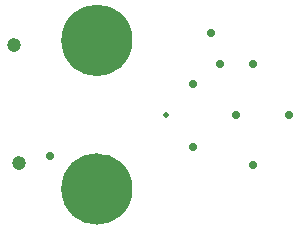
<source format=gbs>
%FSLAX23Y23*%
%MOIN*%
G70*
G01*
G75*
G04 Layer_Color=16711935*
%ADD10R,0.035X0.031*%
%ADD11R,0.118X0.059*%
%ADD12R,0.118X0.039*%
%ADD13C,0.010*%
%ADD14C,0.236*%
%ADD15C,0.039*%
%ADD16C,0.020*%
%ADD17C,0.000*%
%ADD18C,0.000*%
%ADD19C,0.059*%
%ADD20C,0.020*%
%ADD21C,0.004*%
%ADD22R,0.043X0.039*%
%ADD23R,0.126X0.067*%
%ADD24R,0.126X0.047*%
%ADD25C,0.028*%
%ADD26C,0.047*%
D14*
X665Y155D02*
D03*
Y650D02*
D03*
D15*
X754Y155D02*
D03*
X728Y92D02*
D03*
X665Y66D02*
D03*
X602Y92D02*
D03*
X576Y155D02*
D03*
X665Y244D02*
D03*
X728Y218D02*
D03*
X602D02*
D03*
Y713D02*
D03*
X728D02*
D03*
X665Y739D02*
D03*
X576Y650D02*
D03*
X602Y587D02*
D03*
X665Y561D02*
D03*
X728Y587D02*
D03*
X754Y650D02*
D03*
D16*
X895Y400D02*
D03*
D19*
X754Y155D02*
G03*
X754Y155I-89J0D01*
G01*
Y650D02*
G03*
X754Y650I-89J0D01*
G01*
D25*
X510Y265D02*
D03*
X1045Y675D02*
D03*
X1075Y570D02*
D03*
X1185D02*
D03*
X1305Y400D02*
D03*
X1130D02*
D03*
X1185Y235D02*
D03*
X985Y295D02*
D03*
Y505D02*
D03*
D26*
X390Y635D02*
D03*
X405Y240D02*
D03*
M02*

</source>
